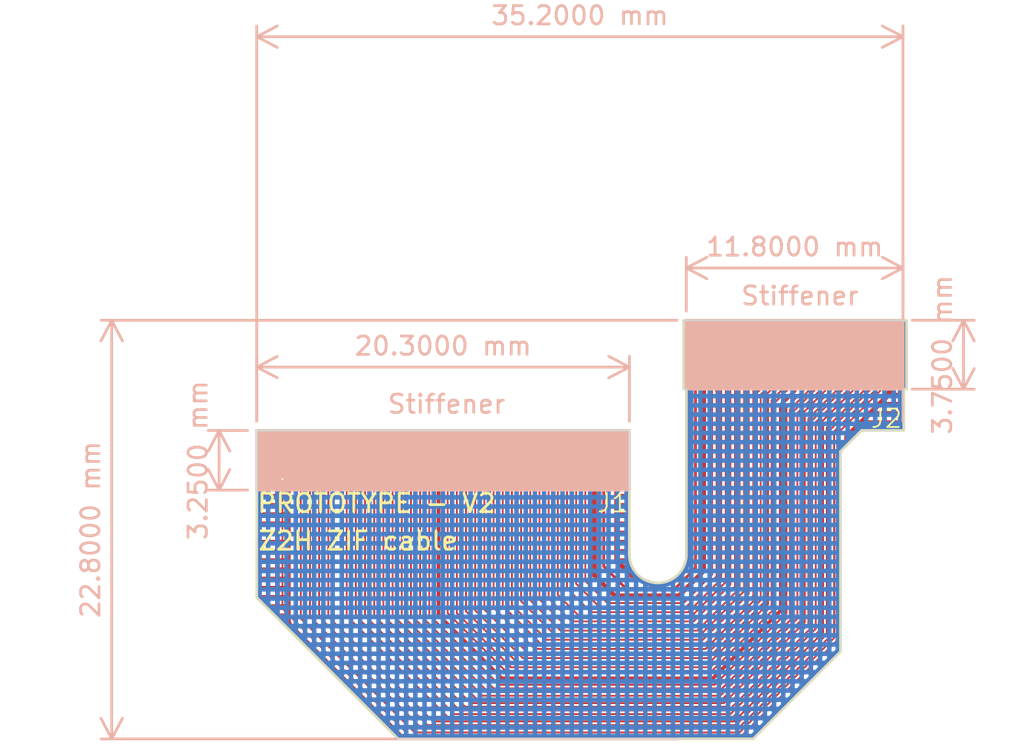
<source format=kicad_pcb>
(kicad_pcb (version 20221018) (generator pcbnew)
  (layers (0 "F.Cu" signal) (31 "B.Cu" signal) (34 "B.Paste" user) (35 "F.Paste" user) (36 "B.SilkS" user "B.Silkscreen") (37 "F.SilkS" user "F.Silkscreen") (38 "B.Mask" user) (39 "F.Mask" user) (44 "Edge.Cuts" user))
  (net 0 "")
  (net 2 "Net-(J1-Pin_2)")
  (net 4 "Net-(J1-Pin_5)")
  (net 5 "Net-(J1-Pin_6)")
  (net 6 "Net-(J1-Pin_7)")
  (net 7 "Net-(J1-Pin_8)")
  (net 9 "Net-(J1-Pin_10)")
  (net 10 "Net-(J1-Pin_11)")
  (net 11 "Net-(J1-Pin_12)")
  (net 12 "Net-(J1-Pin_13)")
  (net 13 "Net-(J1-Pin_14)")
  (net 14 "Net-(J1-Pin_15)")
  (net 15 "Net-(J1-Pin_16)")
  (net 16 "Net-(J1-Pin_17)")
  (net 17 "Net-(J1-Pin_18)")
  (net 18 "Net-(J1-Pin_19)")
  (net 19 "Net-(J1-Pin_20)")
  (net 20 "Net-(J1-Pin_21)")
  (net 21 "Net-(J1-Pin_22)")
  (net 22 "Net-(J1-Pin_23)")
  (net 23 "Net-(J1-Pin_24)")
  (net 24 "Net-(J1-Pin_25)")
  (net 25 "Net-(J1-Pin_26)")
  (net 26 "Net-(J1-Pin_27)")
  (net 27 "Net-(J1-Pin_28)")
  (net 28 "Net-(J1-Pin_29)")
  (net 29 "Net-(J1-Pin_30)")
  (net 30 "Net-(J1-Pin_31)")
  (net 31 "Net-(J1-Pin_32)")
  (net 32 "Net-(J1-Pin_33)")
  (net 33 "Net-(J1-Pin_34)")
  (net 34 "Net-(J1-Pin_35)")
  (net 35 "Net-(J1-Pin_36)")
  (net 36 "Net-(J1-Pin_37)")
  (net 37 "Net-(J1-Pin_38)")
  (footprint "z2h-hdd:z2h-hdd-flex-board" (layer "F.Cu") (at 154.82 107.04)
    (fp_text reference "J2" (at 4.18 -3.19 unlocked) (layer "F.SilkS") (effects (font (thickness 0.1))))
    (fp_text value "Conn_2Rows-39Pins")
    (pad "1" smd roundrect (at 4.88 -7.94) (size 0.3 0.9) (layers "F.Cu" "F.Mask") (net 2 "Net-(J1-Pin_2)"))
    (pad "2" smd roundrect (at 4.58 -6.84) (size 0.3 1.1) (layers "F.Cu" "F.Mask") (net 2 "Net-(J1-Pin_2)"))
    (pad "3" smd roundrect (at 4.28 -7.94) (size 0.4 0.9) (layers "F.Cu" "F.Mask") (net 2 "Net-(J1-Pin_2)"))
    (pad "4" smd roundrect (at 3.98 -6.84) (size 0.3 1.1) (layers "F.Cu" "F.Mask") (net 2 "Net-(J1-Pin_2)"))
    (pad "5" smd roundrect (at 3.68 -7.94) (size 0.4 0.9) (layers "F.Cu" "F.Mask") (net 4 "Net-(J1-Pin_5)"))
    (pad "6" smd roundrect (at 3.38 -6.84) (size 0.3 1.1) (layers "F.Cu" "F.Mask") (net 5 "Net-(J1-Pin_6)"))
    (pad "7" smd roundrect (at 3.08 -7.94) (size 0.4 0.9) (layers "F.Cu" "F.Mask") (net 6 "Net-(J1-Pin_7)"))
    (pad "8" smd roundrect (at 2.78 -6.84) (size 0.3 1.1) (layers "F.Cu" "F.Mask") (net 7 "Net-(J1-Pin_8)"))
    (pad "9" smd roundrect (at 2.48 -7.94) (size 0.4 0.9) (layers "F.Cu" "F.Mask") (net 9 "Net-(J1-Pin_10)"))
    (pad "10" smd roundrect (at 2.18 -6.84) (size 0.3 1.1) (layers "F.Cu" "F.Mask") (net 10 "Net-(J1-Pin_11)"))
    (pad "11" smd roundrect (at 1.88 -7.94) (size 0.4 0.9) (layers "F.Cu" "F.Mask") (net 11 "Net-(J1-Pin_12)"))
    (pad "12" smd roundrect (at 1.58 -6.84) (size 0.3 1.1) (layers "F.Cu" "F.Mask") (net 12 "Net-(J1-Pin_13)"))
    (pad "13" smd roundrect (at 1.28 -7.94) (size 0.4 0.9) (layers "F.Cu" "F.Mask") (net 13 "Net-(J1-Pin_14)"))
    (pad "14" smd roundrect (at 0.98 -6.84) (size 0.3 1.1) (layers "F.Cu" "F.Mask") (net 14 "Net-(J1-Pin_15)"))
    (pad "15" smd roundrect (at 0.68 -7.94) (size 0.4 0.9) (layers "F.Cu" "F.Mask") (net 15 "Net-(J1-Pin_16)"))
    (pad "16" smd roundrect (at 0.38 -6.84) (size 0.3 1.1) (layers "F.Cu" "F.Mask") (net 16 "Net-(J1-Pin_17)"))
    (pad "17" smd roundrect (at 0.08 -7.94) (size 0.4 0.9) (layers "F.Cu" "F.Mask") (net 17 "Net-(J1-Pin_18)"))
    (pad "18" smd roundrect (at -0.22 -6.84) (size 0.3 1.1) (layers "F.Cu" "F.Mask") (net 18 "Net-(J1-Pin_19)"))
    (pad "19" smd roundrect (at -0.52 -7.94) (size 0.4 0.9) (layers "F.Cu" "F.Mask") (net 19 "Net-(J1-Pin_20)"))
    (pad "20" smd roundrect (at -0.82 -6.84) (size 0.3 1.1) (layers "F.Cu" "F.Mask") (net 19 "Net-(J1-Pin_20)"))
    (pad "21" smd roundrect (at -1.12 -7.94) (size 0.4 0.9) (layers "F.Cu" "F.Mask") (net 20 "Net-(J1-Pin_21)"))
    (pad "22" smd roundrect (at -1.42 -6.84) (size 0.3 1.1) (layers "F.Cu" "F.Mask") (net 21 "Net-(J1-Pin_22)"))
    (pad "23" smd roundrect (at -1.72 -7.94) (size 0.4 0.9) (layers "F.Cu" "F.Mask") (net 22 "Net-(J1-Pin_23)"))
    (pad "24" smd roundrect (at -2.02 -6.84) (size 0.3 1.1) (layers "F.Cu" "F.Mask") (net 23 "Net-(J1-Pin_24)"))
    (pad "25" smd roundrect (at -2.32 -7.94) (size 0.4 0.9) (layers "F.Cu" "F.Mask") (net 24 "Net-(J1-Pin_25)"))
    (pad "26" smd roundrect (at -2.62 -6.84) (size 0.3 1.1) (layers "F.Cu" "F.Mask") (net 25 "Net-(J1-Pin_26)"))
    (pad "27" smd roundrect (at -2.92 -7.94) (size 0.4 0.9) (layers "F.Cu" "F.Mask") (net 26 "Net-(J1-Pin_27)"))
    (pad "28" smd roundrect (at -3.22 -6.84) (size 0.3 1.1) (layers "F.Cu" "F.Mask") (net 27 "Net-(J1-Pin_28)"))
    (pad "29" smd roundrect (at -3.52 -7.94) (size 0.4 0.9) (layers "F.Cu" "F.Mask") (net 28 "Net-(J1-Pin_29)"))
    (pad "30" smd roundrect (at -3.82 -6.84) (size 0.3 1.1) (layers "F.Cu" "F.Mask") (net 29 "Net-(J1-Pin_30)"))
    (pad "31" smd roundrect (at -4.12 -7.94) (size 0.4 0.9) (layers "F.Cu" "F.Mask") (net 30 "Net-(J1-Pin_31)"))
    (pad "32" smd roundrect (at -4.42 -6.84) (size 0.3 1.1) (layers "F.Cu" "F.Mask") (net 31 "Net-(J1-Pin_32)"))
    (pad "33" smd roundrect (at -4.72 -7.94) (size 0.4 0.9) (layers "F.Cu" "F.Mask") (net 32 "Net-(J1-Pin_33)"))
    (pad "34" smd roundrect (at -5.02 -6.84) (size 0.3 1.1) (layers "F.Cu" "F.Mask") (net 33 "Net-(J1-Pin_34)"))
    (pad "35" smd roundrect (at -5.32 -7.94) (size 0.4 0.9) (layers "F.Cu" "F.Mask") (net 34 "Net-(J1-Pin_35)"))
    (pad "36" smd roundrect (at -5.62 -6.84) (size 0.3 1.1) (layers "F.Cu" "F.Mask") (net 35 "Net-(J1-Pin_36)"))
    (pad "37" smd roundrect (at -5.92 -7.94) (size 0.4 0.9) (layers "F.Cu" "F.Mask") (net 36 "Net-(J1-Pin_37)"))
    (pad "38" smd roundrect (at -6.22 -6.84) (size 0.3 1.1) (layers "F.Cu" "F.Mask") (net 36 "Net-(J1-Pin_37)"))
    (pad "39" smd roundrect (at -6.52 -7.94) (size 0.3 0.9) (layers "F.Cu" "F.Mask") (net 37 "Net-(J1-Pin_38)"))
  )
  (footprint "z2h-hdd:z2h-hdd-flex-drive" (layer "F.Cu") (at 134.84 112.78)
    (fp_text reference "J1" (at 9.26 -4.33 unlocked) (layer "F.SilkS") (effects (font (thickness 0.1))))
    (fp_text value "Conn_01x40")
    (fp_rect (start -10.14 -8.28) (end 10.16 -5.08) (stroke (width 0.1)) (fill none) (layer "F.SilkS"))
    (pad "1" smd roundrect (at -9.74 -7.48) (size 0.4 1.4) (layers "F.Cu" "F.Mask"))
    (pad "2" smd roundrect (at -9.24 -7.48) (size 0.4 1.4) (layers "F.Cu" "F.Mask") (net 2 "Net-(J1-Pin_2)"))
    (pad "3" smd roundrect (at -8.74 -7.48) (size 0.4 1.4) (layers "F.Cu" "F.Mask") (net 2 "Net-(J1-Pin_2)"))
    (pad "4" smd roundrect (at -8.24 -7.48) (size 0.4 1.4) (layers "F.Cu" "F.Mask"))
    (pad "5" smd roundrect (at -7.74 -7.48) (size 0.4 1.4) (layers "F.Cu" "F.Mask") (net 4 "Net-(J1-Pin_5)"))
    (pad "6" smd roundrect (at -7.24 -7.48) (size 0.4 1.4) (layers "F.Cu" "F.Mask") (net 5 "Net-(J1-Pin_6)"))
    (pad "7" smd roundrect (at -6.74 -7.48) (size 0.4 1.4) (layers "F.Cu" "F.Mask") (net 6 "Net-(J1-Pin_7)"))
    (pad "8" smd roundrect (at -6.24 -7.48) (size 0.4 1.4) (layers "F.Cu" "F.Mask") (net 7 "Net-(J1-Pin_8)"))
    (pad "9" smd roundrect (at -5.74 -7.48) (size 0.4 1.4) (layers "F.Cu" "F.Mask"))
    (pad "10" smd roundrect (at -5.24 -7.48) (size 0.4 1.4) (layers "F.Cu" "F.Mask") (net 9 "Net-(J1-Pin_10)"))
    (pad "11" smd roundrect (at -4.74 -7.48) (size 0.4 1.4) (layers "F.Cu" "F.Mask") (net 10 "Net-(J1-Pin_11)"))
    (pad "12" smd roundrect (at -4.24 -7.48) (size 0.4 1.4) (layers "F.Cu" "F.Mask") (net 11 "Net-(J1-Pin_12)"))
    (pad "13" smd roundrect (at -3.74 -7.48) (size 0.4 1.4) (layers "F.Cu" "F.Mask") (net 12 "Net-(J1-Pin_13)"))
    (pad "14" smd roundrect (at -3.24 -7.48) (size 0.4 1.4) (layers "F.Cu" "F.Mask") (net 13 "Net-(J1-Pin_14)"))
    (pad "15" smd roundrect (at -2.74 -7.48) (size 0.4 1.4) (layers "F.Cu" "F.Mask") (net 14 "Net-(J1-Pin_15)"))
    (pad "16" smd roundrect (at -2.24 -7.48) (size 0.4 1.4) (layers "F.Cu" "F.Mask") (net 15 "Net-(J1-Pin_16)"))
    (pad "17" smd roundrect (at -1.74 -7.48) (size 0.4 1.4) (layers "F.Cu" "F.Mask") (net 16 "Net-(J1-Pin_17)"))
    (pad "18" smd roundrect (at -1.24 -7.48) (size 0.4 1.4) (layers "F.Cu" "F.Mask") (net 17 "Net-(J1-Pin_18)"))
    (pad "19" smd roundrect (at -0.74 -7.48) (size 0.4 1.4) (layers "F.Cu" "F.Mask") (net 18 "Net-(J1-Pin_19)"))
    (pad "20" smd roundrect (at -0.24 -7.48) (size 0.4 1.4) (layers "F.Cu" "F.Mask") (net 19 "Net-(J1-Pin_20)"))
    (pad "21" smd roundrect (at 0.26 -7.48) (size 0.4 1.4) (layers "F.Cu" "F.Mask") (net 20 "Net-(J1-Pin_21)"))
    (pad "22" smd roundrect (at 0.76 -7.48) (size 0.4 1.4) (layers "F.Cu" "F.Mask") (net 21 "Net-(J1-Pin_22)"))
    (pad "23" smd roundrect (at 1.26 -7.48) (size 0.4 1.4) (layers "F.Cu" "F.Mask") (net 22 "Net-(J1-Pin_23)"))
    (pad "24" smd roundrect (at 1.76 -7.48) (size 0.4 1.4) (layers "F.Cu" "F.Mask") (net 23 "Net-(J1-Pin_24)"))
    (pad "25" smd roundrect (at 2.26 -7.48) (size 0.4 1.4) (layers "F.Cu" "F.Mask") (net 24 "Net-(J1-Pin_25)"))
    (pad "26" smd roundrect (at 2.76 -7.48) (size 0.4 1.4) (layers "F.Cu" "F.Mask") (net 25 "Net-(J1-Pin_26)"))
    (pad "27" smd roundrect (at 3.26 -7.48) (size 0.4 1.4) (layers "F.Cu" "F.Mask") (net 26 "Net-(J1-Pin_27)"))
    (pad "28" smd roundrect (at 3.76 -7.48) (size 0.4 1.4) (layers "F.Cu" "F.Mask") (net 27 "Net-(J1-Pin_28)"))
    (pad "29" smd roundrect (at 4.26 -7.48) (size 0.4 1.4) (layers "F.Cu" "F.Mask") (net 28 "Net-(J1-Pin_29)"))
    (pad "30" smd roundrect (at 4.76 -7.48) (size 0.4 1.4) (layers "F.Cu" "F.Mask") (net 29 "Net-(J1-Pin_30)"))
    (pad "31" smd roundrect (at 5.26 -7.48) (size 0.4 1.4) (layers "F.Cu" "F.Mask") (net 30 "Net-(J1-Pin_31)"))
    (pad "32" smd roundrect (at 5.76 -7.48) (size 0.4 1.4) (layers "F.Cu" "F.Mask") (net 31 "Net-(J1-Pin_32)"))
    (pad "33" smd roundrect (at 6.26 -7.48) (size 0.4 1.4) (layers "F.Cu" "F.Mask") (net 32 "Net-(J1-Pin_33)"))
    (pad "34" smd roundrect (at 6.76 -7.48) (size 0.4 1.4) (layers "F.Cu" "F.Mask") (net 33 "Net-(J1-Pin_34)"))
    (pad "35" smd roundrect (at 7.26 -7.48) (size 0.4 1.4) (layers "F.Cu" "F.Mask") (net 34 "Net-(J1-Pin_35)"))
    (pad "36" smd roundrect (at 7.76 -7.48) (size 0.4 1.4) (layers "F.Cu" "F.Mask") (net 35 "Net-(J1-Pin_36)"))
    (pad "37" smd roundrect (at 8.26 -7.48) (size 0.4 1.4) (layers "F.Cu" "F.Mask") (net 36 "Net-(J1-Pin_37)"))
    (pad "38" smd roundrect (at 8.76 -7.48) (size 0.4 1.4) (layers "F.Cu" "F.Mask") (net 37 "Net-(J1-Pin_38)"))
    (pad "39" smd roundrect (at 9.26 -7.48) (size 0.4 1.4) (layers "F.Cu" "F.Mask"))
    (pad "40" smd roundrect (at 9.76 -7.48) (size 0.4 1.4) (layers "F.Cu" "F.Mask"))
  )
  (gr_rect (start 148.1 98.5) (end 159.9 102.25) (stroke (width 0.15)) (fill solid) (layer "B.SilkS"))
  (gr_rect (start 124.7 104.5) (end 145 107.75) (stroke (width 0.15)) (fill solid) (layer "B.SilkS"))
  (gr_line (start 147.95 102.25) (end 147.95 98.5) (stroke (width 0.15)) (layer "F.SilkS"))
  (gr_line (start 159.95 102.25) (end 159.95 104.5) (stroke (width 0.15)) (layer "F.SilkS"))
  (gr_line (start 148.1 104.5) (end 148.1 111.25) (stroke (width 0.15)) (layer "F.SilkS"))
  (gr_line (start 159.95 104.5) (end 157.65 104.5) (stroke (width 0.15)) (layer "F.SilkS"))
  (gr_line (start 148.1 104.5) (end 148.1 102.25) (stroke (width 0.15)) (layer "F.SilkS"))
  (gr_line (start 147.95 98.5) (end 160.1 98.5) (stroke (width 0.15)) (layer "F.SilkS"))
  (gr_line (start 147.95 102.25) (end 148.1 102.25) (stroke (width 0.15)) (layer "F.SilkS"))
  (gr_line (start 132.4 121.3) (end 151.75 121.3) (stroke (width 0.15)) (layer "F.SilkS"))
  (gr_line (start 145 111.25) (end 145 107.7) (stroke (width 0.15)) (layer "F.SilkS"))
  (gr_line (start 124.7 113.6) (end 132.4 121.3) (stroke (width 0.15)) (layer "F.SilkS"))
  (gr_line (start 151.75 121.3) (end 156.5 116.55) (stroke (width 0.15)) (layer "F.SilkS"))
  (gr_line (start 156.5 116.55) (end 156.5 105.65) (stroke (width 0.15)) (layer "F.SilkS"))
  (gr_line (start 160.1 102.25) (end 159.95 102.25) (stroke (width 0.15)) (layer "F.SilkS"))
  (gr_line (start 124.7 113.6) (end 124.7 111.1) (stroke (width 0.15)) (layer "F.SilkS"))
  (gr_line (start 156.5 105.65) (end 157.65 104.5) (stroke (width 0.15)) (layer "F.SilkS"))
  (gr_arc (start 148.1 111.25) (mid 146.55 112.8) (end 145 111.25) (stroke (width 0.15)) (layer "F.SilkS"))
  (gr_line (start 124.7 107.7) (end 124.7 111.1) (stroke (width 0.15)) (layer "F.SilkS"))
  (gr_line (start 160.1 98.5) (end 160.1 102.25) (stroke (width 0.15)) (layer "F.SilkS"))
  (gr_line (start 147.95 98.5) (end 147.95 102.25) (stroke (width 0.1)) (layer "Edge.Cuts"))
  (gr_line (start 160.1 98.5) (end 160.1 102.25) (stroke (width 0.1)) (layer "Edge.Cuts"))
  (gr_line (start 145 104.5) (end 145 111.25) (stroke (width 0.1)) (layer "Edge.Cuts"))
  (gr_line (start 159.95 102.25) (end 159.95 104.5) (stroke (width 0.1)) (layer "Edge.Cuts"))
  (gr_line (start 148.1 98.5) (end 159.9 98.5) (stroke (width 0.1)) (layer "Edge.Cuts"))
  (gr_line (start 156.5 116.55) (end 156.5 112.9) (stroke (width 0.1)) (layer "Edge.Cuts"))
  (gr_arc (start 148.1 111.25) (mid 146.55 112.8) (end 145 111.25) (stroke (width 0.1)) (layer "Edge.Cuts"))
  (gr_line (start 148.1 98.5) (end 147.95 98.5) (stroke (width 0.1)) (layer "Edge.Cuts"))
  (gr_line (start 151.75 121.3) (end 155.35 117.7) (stroke (width 0.1)) (layer "Edge.Cuts"))
  (gr_line (start 124.7 104.5) (end 145 104.5) (stroke (width 0.1)) (layer "Edge.Cuts"))
  (gr_line (start 148.1 111.25) (end 148.1 102.25) (stroke (width 0.1)) (layer "Edge.Cuts"))
  (gr_line (start 147.95 102.25) (end 148.1 102.25) (stroke (width 0.1)) (layer "Edge.Cuts"))
  (gr_line (start 124.7 111.2) (end 124.7 113.6) (stroke (width 0.1)) (layer "Edge.Cuts"))
  (gr_line (start 156.5 105.65) (end 157.65 104.5) (stroke (width 0.1)) (layer "Edge.Cuts"))
  (gr_line (start 156.5 105.65) (end 156.5 112.9) (stroke (width 0.1)) (layer "Edge.Cuts"))
  (gr_line (start 124.7 113.6) (end 132.4 121.3) (stroke (width 0.1)) (layer "Edge.Cuts"))
  (gr_line (start 124.7 104.5) (end 124.7 111.2) (stroke (width 0.1)) (layer "Edge.Cuts"))
  (gr_line (start 155.35 117.7) (end 156.5 116.55) (stroke (width 0.1)) (layer "Edge.Cuts"))
  (gr_line (start 132.4 121.3) (end 151.75 121.3) (stroke (width 0.1)) (layer "Edge.Cuts"))
  (gr_line (start 157.65 104.5) (end 159.95 104.5) (stroke (width 0.1)) (layer "Edge.Cuts"))
  (gr_line (start 160.1 102.25) (end 159.95 102.25) (stroke (width 0.1)) (layer "Edge.Cuts"))
  (gr_line (start 159.9 98.5) (end 160.1 98.5) (stroke (width 0.1)) (layer "Edge.Cuts"))
  (gr_text "Stiffener" (at 131.75 103.65) (layer "B.SilkS") (effects (font (size 1 1)) (justify left bottom)))
  (gr_text "Stiffener" (at 151 97.75) (layer "B.SilkS") (effects (font (size 1 1)) (justify left bottom)))
  (gr_text "PROTOTYPE - V2" (at 124.65 109.05) (layer "F.SilkS") (effects (font (size 1 1)) (justify left bottom)))
  (gr_text "Z2H ZIF cable" (at 124.7 111.1) (layer "F.SilkS") (effects (font (size 1 1)) (justify left bottom)))
  (dimension (type aligned) (layer "B.SilkS") (pts (xy 148.1 98.5) (xy 148.1 121.3)) (height 31.3) (gr_text "22.8000 mm" (at 115.65 109.9 90) (layer "B.SilkS") (effects (font (size 1 1) (thickness 0.15)))) (format (prefix "") (suffix "") (units 3) (units_format 1) (precision 4)) (style (thickness 0.15) (arrow_length 1.27) (text_position_mode 0) (extension_height 0.58642) (extension_offset 0.5) keep_text_aligned))
  (dimension (type aligned) (layer "B.SilkS") (pts (xy 124.7 104.5) (xy 159.9 104.5)) (height -21.45) (gr_text "35.2000 mm" (at 142.3 81.9) (layer "B.SilkS") (effects (font (size 1 1) (thickness 0.15)))) (format (prefix "") (suffix "") (units 3) (units_format 1) (precision 4)) (style (thickness 0.15) (arrow_length 1.27) (text_position_mode 0) (extension_height 0.58642) (extension_offset 0.5) keep_text_aligned))
  (dimension (type aligned) (layer "B.SilkS") (pts (xy 159.9 98.5) (xy 159.9 102.25)) (height -3.3) (gr_text "3.7500 mm" (at 162.05 100.375 90) (layer "B.SilkS") (effects (font (size 1 1) (thickness 0.15)))) (format (prefix "") (suffix "") (units 3) (units_format 1) (precision 4)) (style (thickness 0.15) (arrow_length 1.27) (text_position_mode 0) (extension_height 0.58642) (extension_offset 0.5) keep_text_aligned))
  (dimension (type aligned) (layer "B.SilkS") (pts (xy 124.7 104.5) (xy 124.7 107.75)) (height 2.05) (gr_text "3.2500 mm" (at 121.5 106.125 90) (layer "B.SilkS") (effects (font (size 1 1) (thickness 0.15)))) (format (prefix "") (suffix "") (units 3) (units_format 1) (precision 4)) (style (thickness 0.15) (arrow_length 1.27) (text_position_mode 0) (extension_height 0.58642) (extension_offset 0.5) keep_text_aligned))
  (dimension (type aligned) (layer "B.SilkS") (pts (xy 124.7 104.5) (xy 145 104.5)) (height -3.45) (gr_text "20.3000 mm" (at 134.85 99.9) (layer "B.SilkS") (effects (font (size 1 1) (thickness 0.15)))) (format (prefix "") (suffix "") (units 3) (units_format 1) (precision 4)) (style (thickness 0.15) (arrow_length 1.27) (text_position_mode 0) (extension_height 0.58642) (extension_offset 0.5) keep_text_aligned))
  (dimension (type aligned) (layer "B.SilkS") (pts (xy 148.1 98.5) (xy 159.9 98.5)) (height -2.85) (gr_text "11.8000 mm" (at 154 94.5) (layer "B.SilkS") (effects (font (size 1 1) (thickness 0.15)))) (format (prefix "") (suffix "") (units 3) (units_format 1) (precision 4)) (style (thickness 0.15) (arrow_length 1.27) (text_position_mode 0) (extension_height 0.58642) (extension_offset 0.5) keep_text_aligned))
  (segment (start 125.6 105.3) (end 125.6 106.65) (width 0.1) (layer "F.Cu") (net 2))
  (segment (start 126.1 107.15) (end 126.1 114.2) (width 0.1) (layer "F.Cu") (net 2))
  (segment (start 156.35 115.9) (end 156.35 104.65) (width 0.1) (layer "F.Cu") (net 2))
  (segment (start 133.05 121.15) (end 151.1 121.15) (width 0.1) (layer "F.Cu") (net 2))
  (segment (start 125.6 106.65) (end 126.1 107.15) (width 0.1) (layer "F.Cu") (net 2))
  (segment (start 158.8 102.2) (end 158.8 100.2) (width 0.1) (layer "F.Cu") (net 2))
  (segment (start 126.1 114.2) (end 133.05 121.15) (width 0.1) (layer "F.Cu") (net 2))
  (segment (start 151.1 121.15) (end 156.35 115.9) (width 0.1) (layer "F.Cu") (net 2))
  (segment (start 126.1 105.3) (end 126.1 107.15) (width 0.1) (layer "F.Cu") (net 2))
  (segment (start 156.35 104.65) (end 158.8 102.2) (width 0.1) (layer "F.Cu") (net 2))
  (via (at 126.1 107.15) (size 0.3) (drill 0.1) (layers "F.Cu" "B.Cu") (net 2))
  (segment (start 158.5 99.1) (end 158.5 102.2) (width 0.1) (layer "F.Cu") (net 4))
  (segment (start 127.1 114.75) (end 127.1 105.3) (width 0.1) (layer "F.Cu") (net 4))
  (segment (start 158.5 99.075) (end 158.5 102.175) (width 0.1) (layer "F.Cu") (net 4))
  (segment (start 156.15 115.8) (end 151 120.95) (width 0.1) (layer "F.Cu") (net 4))
  (segment (start 158.5 102.2) (end 156.15 104.55) (width 0.1) (layer "F.Cu") (net 4))
  (segment (start 133.3 120.95) (end 127.1 114.75) (width 0.1) (layer "F.Cu") (net 4))
  (segment (start 151 120.95) (end 133.3 120.95) (width 0.1) (layer "F.Cu") (net 4))
  (segment (start 156.15 104.55) (end 156.15 115.8) (width 0.1) (layer "F.Cu") (net 4))
  (segment (start 155.95 115.7) (end 150.9 120.75) (width 0.1) (layer "F.Cu") (net 5))
  (segment (start 127.6 114.65) (end 127.6 105.3) (width 0.1) (layer "F.Cu") (net 5))
  (segment (start 133.7 120.75) (end 127.6 114.65) (width 0.1) (layer "F.Cu") (net 5))
  (segment (start 155.95 104.45) (end 155.95 115.7) (width 0.1) (layer "F.Cu") (net 5))
  (segment (start 158.2 102.2) (end 155.95 104.45) (width 0.1) (layer "F.Cu") (net 5))
  (segment (start 158.2 100.2) (end 158.2 102.2) (width 0.1) (layer "F.Cu") (net 5))
  (segment (start 150.9 120.75) (end 133.7 120.75) (width 0.1) (layer "F.Cu") (net 5))
  (segment (start 150.8 120.55) (end 134 120.55) (width 0.1) (layer "F.Cu") (net 6))
  (segment (start 155.75 115.6) (end 150.8 120.55) (width 0.1) (layer "F.Cu") (net 6))
  (segment (start 157.9 99.075) (end 157.9 102.175) (width 0.1) (layer "F.Cu") (net 6))
  (segment (start 157.9 99.1) (end 157.9 102.2) (width 0.1) (layer "F.Cu") (net 6))
  (segment (start 155.75 104.35) (end 155.75 115.6) (width 0.1) (layer "F.Cu") (net 6))
  (segment (start 157.9 102.2) (end 155.75 104.35) (width 0.1) (layer "F.Cu") (net 6))
  (segment (start 134 120.55) (end 128.1 114.65) (width 0.1) (layer "F.Cu") (net 6))
  (segment (start 128.1 114.65) (end 128.1 105.3) (width 0.1) (layer "F.Cu") (net 6))
  (segment (start 155.55 115.5) (end 150.7 120.35) (width 0.1) (layer "F.Cu") (net 7))
  (segment (start 157.6 102.2) (end 155.55 104.25) (width 0.1) (layer "F.Cu") (net 7))
  (segment (start 128.6 114.65) (end 128.6 105.3) (width 0.1) (layer "F.Cu") (net 7))
  (segment (start 157.6 100.2) (end 157.6 102.2) (width 0.1) (layer "F.Cu") (net 7))
  (segment (start 134.3 120.35) (end 128.6 114.65) (width 0.1) (layer "F.Cu") (net 7))
  (segment (start 150.7 120.35) (end 134.3 120.35) (width 0.1) (layer "F.Cu") (net 7))
  (segment (start 155.55 104.25) (end 155.55 115.5) (width 0.1) (layer "F.Cu") (net 7))
  (segment (start 155.35 104.15) (end 155.35 115.4) (width 0.1) (layer "F.Cu") (net 9))
  (segment (start 157.3 99.075) (end 157.3 102.175) (width 0.1) (layer "F.Cu") (net 9))
  (segment (start 157.3 102.2) (end 155.35 104.15) (width 0.1) (layer "F.Cu") (net 9))
  (segment (start 157.3 99.1) (end 157.3 102.2) (width 0.1) (layer "F.Cu") (net 9))
  (segment (start 155.35 115.4) (end 150.6 120.15) (width 0.1) (layer "F.Cu") (net 9))
  (segment (start 135.15 120.15) (end 129.6 114.6) (width 0.1) (layer "F.Cu") (net 9))
  (segment (start 129.6 114.6) (end 129.6 105.3) (width 0.1) (layer "F.Cu") (net 9))
  (segment (start 150.6 120.15) (end 135.15 120.15) (width 0.1) (layer "F.Cu") (net 9))
  (segment (start 157 100.2) (end 157 102.2) (width 0.1) (layer "F.Cu") (net 10))
  (segment (start 150.5 119.95) (end 135.45 119.95) (width 0.1) (layer "F.Cu") (net 10))
  (segment (start 157 102.2) (end 155.15 104.05) (width 0.1) (layer "F.Cu") (net 10))
  (segment (start 130.1 114.6) (end 130.1 105.3) (width 0.1) (layer "F.Cu") (net 10))
  (segment (start 135.45 119.95) (end 130.1 114.6) (width 0.1) (layer "F.Cu") (net 10))
  (segment (start 155.15 115.3) (end 150.5 119.95) (width 0.1) (layer "F.Cu") (net 10))
  (segment (start 155.15 104.05) (end 155.15 115.3) (width 0.1) (layer "F.Cu") (net 10))
  (segment (start 154.95 103.95) (end 154.95 115.2) (width 0.1) (layer "F.Cu") (net 11))
  (segment (start 150.4 119.75) (end 135.75 119.75) (width 0.1) (layer "F.Cu") (net 11))
  (segment (start 135.75 119.75) (end 130.6 114.6) (width 0.1) (layer "F.Cu") (net 11))
  (segment (start 156.7 99.075) (end 156.7 101.225) (width 0.1) (layer "F.Cu") (net 11))
  (segment (start 156.7 99.1) (end 156.7 102.2) (width 0.1) (layer "F.Cu") (net 11))
  (segment (start 130.6 114.6) (end 130.6 105.3) (width 0.1) (layer "F.Cu") (net 11))
  (segment (start 156.7 102.2) (end 154.95 103.95) (width 0.1) (layer "F.Cu") (net 11))
  (segment (start 154.95 115.2) (end 150.4 119.75) (width 0.1) (layer "F.Cu") (net 11))
  (segment (start 150.25 119.55) (end 136.05 119.55) (width 0.1) (layer "F.Cu") (net 12))
  (segment (start 154.75 115.05) (end 150.25 119.55) (width 0.1) (layer "F.Cu") (net 12))
  (segment (start 136.05 119.55) (end 131.1 114.6) (width 0.1) (layer "F.Cu") (net 12))
  (segment (start 156.4 102.2) (end 154.75 103.85) (width 0.1) (layer "F.Cu") (net 12))
  (segment (start 131.1 114.6) (end 131.1 105.3) (width 0.1) (layer "F.Cu") (net 12))
  (segment (start 154.75 103.85) (end 154.75 115.05) (width 0.1) (layer "F.Cu") (net 12))
  (segment (start 156.4 100.2) (end 156.4 102.2) (width 0.1) (layer "F.Cu") (net 12))
  (segment (start 136.35 119.35) (end 131.6 114.6) (width 0.1) (layer "F.Cu") (net 13))
  (segment (start 150.15 119.35) (end 136.35 119.35) (width 0.1) (layer "F.Cu") (net 13))
  (segment (start 156.1 99.1) (end 156.1 102.2) (width 0.1) (layer "F.Cu") (net 13))
  (segment (start 156.1 99.075) (end 156.1 101.275) (width 0.1) (layer "F.Cu") (net 13))
  (segment (start 154.55 103.75) (end 154.55 114.95) (width 0.1) (layer "F.Cu") (net 13))
  (segment (start 154.55 114.95) (end 150.15 119.35) (width 0.1) (layer "F.Cu") (net 13))
  (segment (start 156.1 102.2) (end 154.55 103.75) (width 0.1) (layer "F.Cu") (net 13))
  (segment (start 131.6 114.6) (end 131.6 105.3) (width 0.1) (layer "F.Cu") (net 13))
  (segment (start 132.1 114.55) (end 132.1 105.3) (width 0.1) (layer "F.Cu") (net 14))
  (segment (start 155.8 100.2) (end 155.8 102.2) (width 0.1) (layer "F.Cu") (net 14))
  (segment (start 155.8 102.2) (end 154.35 103.65) (width 0.1) (layer "F.Cu") (net 14))
  (segment (start 150.05 119.15) (end 136.7 119.15) (width 0.1) (layer "F.Cu") (net 14))
  (segment (start 154.35 103.65) (end 154.35 114.85) (width 0.1) (layer "F.Cu") (net 14))
  (segment (start 154.35 114.85) (end 150.05 119.15) (width 0.1) (layer "F.Cu") (net 14))
  (segment (start 136.7 119.15) (end 132.1 114.55) (width 0.1) (layer "F.Cu") (net 14))
  (segment (start 137 118.95) (end 132.6 114.55) (width 0.1) (layer "F.Cu") (net 15))
  (segment (start 132.6 114.55) (end 132.6 105.3) (width 0.1) (layer "F.Cu") (net 15))
  (segment (start 155.5 99.075) (end 155.5 102.175) (width 0.1) (layer "F.Cu") (net 15))
  (segment (start 149.95 118.95) (end 137 118.95) (width 0.1) (layer "F.Cu") (net 15))
  (segment (start 155.5 102.2) (end 154.15 103.55) (width 0.1) (layer "F.Cu") (net 15))
  (segment (start 154.15 114.75) (end 149.95 118.95) (width 0.1) (layer "F.Cu") (net 15))
  (segment (start 154.15 103.55) (end 154.15 114.75) (width 0.1) (layer "F.Cu") (net 15))
  (segment (start 155.5 99.1) (end 155.5 102.2) (width 0.1) (layer "F.Cu") (net 15))
  (segment (start 137.3 118.75) (end 133.1 114.55) (width 0.1) (layer "F.Cu") (net 16))
  (segment (start 133.1 114.55) (end 133.1 105.3) (width 0.1) (layer "F.Cu") (net 16))
  (segment (start 153.95 114.65) (end 149.85 118.75) (width 0.1) (layer "F.Cu") (net 16))
  (segment (start 153.95 103.45) (end 153.95 114.65) (width 0.1) (layer "F.Cu") (net 16))
  (segment (start 155.2 102.2) (end 153.95 103.45) (width 0.1) (layer "F.Cu") (net 16))
  (segment (start 155.2 100.2) (end 155.2 102.2) (width 0.1) (layer "F.Cu") (net 16))
  (segment (start 149.85 118.75) (end 137.3 118.75) (width 0.1) (layer "F.Cu") (net 16))
  (segment (start 153.75 114.55) (end 149.75 118.55) (width 0.1) (layer "F.Cu") (net 17))
  (segment (start 137.6 118.55) (end 133.6 114.55) (width 0.1) (layer "F.Cu") (net 17))
  (segment (start 154.9 99.075) (end 154.9 102.175) (width 0.1) (layer "F.Cu") (net 17))
  (segment (start 153.75 103.35) (end 153.75 114.55) (width 0.1) (layer "F.Cu") (net 17))
  (segment (start 154.9 99.1) (end 154.9 102.2) (width 0.1) (layer "F.Cu") (net 17))
  (segment (start 154.9 102.2) (end 153.75 103.35) (width 0.1) (layer "F.Cu") (net 17))
  (segment (start 149.75 118.55) (end 137.6 118.55) (width 0.1) (layer "F.Cu") (net 17))
  (segment (start 133.6 114.55) (end 133.6 105.3) (width 0.1) (layer "F.Cu") (net 17))
  (segment (start 153.55 103.25) (end 153.55 114.45) (width 0.1) (layer "F.Cu") (net 18))
  (segment (start 153.55 114.45) (end 149.65 118.35) (width 0.1) (layer "F.Cu") (net 18))
  (segment (start 154.6 102.2) (end 153.55 103.25) (width 0.1) (layer "F.Cu") (net 18))
  (segment (start 137.9 118.35) (end 134.1 114.55) (width 0.1) (layer "F.Cu") (net 18))
  (segment (start 134.1 114.55) (end 134.1 105.3) (width 0.1) (layer "F.Cu") (net 18))
  (segment (start 149.65 118.35) (end 137.9 118.35) (width 0.1) (layer "F.Cu") (net 18))
  (segment (start 154.6 100.2) (end 154.6 102.2) (width 0.1) (layer "F.Cu") (net 18))
  (segment (start 154 99.8) (end 154 100.2) (width 0.1) (layer "F.Cu") (net 19))
  (segment (start 134.6 114.55) (end 134.6 105.3) (width 0.2) (layer "F.Cu") (net 19))
  (segment (start 153.25 114.3) (end 149.55 118) (width 0.2) (layer "F.Cu") (net 19))
  (segment (start 153.25 103.1) (end 153.25 114.3) (width 0.2) (layer "F.Cu") (net 19))
  (segment (start 154 100.2) (end 154 102.35) (width 0.2) (layer "F.Cu") (net 19))
  (segment (start 149.55 118) (end 138.05 118) (width 0.2) (layer "F.Cu") (net 19))
  (segment (start 154.3 99.5) (end 154 99.8) (width 0.1) (layer "F.Cu") (net 19))
  (segment (start 154.3 99.3) (end 154.3 99.5) (width 0.1) (layer "F.Cu") (net 19))
  (segment (start 138.05 118) (end 134.6 114.55) (width 0.2) (layer "F.Cu") (net 19))
  (segment (start 154 102.35) (end 153.25 103.1) (width 0.2) (layer "F.Cu") (net 19))
  (segment (start 154.3 99.1) (end 154.3 99.3) (width 0.25) (layer "F.Cu") (net 19))
  (segment (start 153.7 99.1) (end 153.7 102.2) (width 0.1) (layer "F.Cu") (net 20))
  (segment (start 138.3 117.65) (end 135.1 114.45) (width 0.1) (layer "F.Cu") (net 20))
  (segment (start 149.45 117.65) (end 138.3 117.65) (width 0.1) (layer "F.Cu") (net 20))
  (segment (start 152.95 114.15) (end 149.45 117.65) (width 0.1) (layer "F.Cu") (net 20))
  (segment (start 153.7 102.2) (end 152.95 102.95) (width 0.1) (layer "F.Cu") (net 20))
  (segment (start 152.95 102.95) (end 152.95 114.15) (width 0.1) (layer "F.Cu") (net 20))
  (segment (start 153.7 99.075) (end 153.7 102.175) (width 0.1) (layer "F.Cu") (net 20))
  (segment (start 135.1 114.45) (end 135.1 105.3) (width 0.1) (layer "F.Cu") (net 20))
  (segment (start 153.4 100.2) (end 153.4 102.2) (width 0.1) (layer "F.Cu") (net 21))
  (segment (start 152.75 114.05) (end 149.4 117.4) (width 0.1) (layer "F.Cu") (net 21))
  (segment (start 152.75 102.85) (end 152.75 114.05) (width 0.1) (layer "F.Cu") (net 21))
  (segment (start 149.4 117.4) (end 138.55 117.4) (width 0.1) (layer "F.Cu") (net 21))
  (segment (start 138.55 117.4) (end 135.6 114.45) (width 0.1) (layer "F.Cu") (net 21))
  (segment (start 135.6 114.45) (end 135.6 105.3) (width 0.1) (layer "F.Cu") (net 21))
  (segment (start 153.4 102.2) (end 152.75 102.85) (width 0.1) (layer "F.Cu") (net 21))
  (segment (start 153.1 102.2) (end 152.55 102.75) (width 0.1) (layer "F.Cu") (net 22))
  (segment (start 153.1 99.1) (end 153.1 102.2) (width 0.1) (layer "F.Cu") (net 22))
  (segment (start 138.9 117.15) (end 136.1 114.35) (width 0.1) (layer "F.Cu") (net 22))
  (segment (start 153.1 99.075) (end 153.1 102.175) (width 0.1) (layer "F.Cu") (net 22))
  (segment (start 136.1 114.35) (end 136.1 105.3) (width 0.1) (layer "F.Cu") (net 22))
  (segment (start 149.35 117.15) (end 138.9 117.15) (width 0.1) (layer "F.Cu") (net 22))
  (segment (start 152.55 102.75) (end 152.55 113.95) (width 0.1) (layer "F.Cu") (net 22))
  (segment (start 152.55 113.95) (end 149.35 117.15) (width 0.1) (layer "F.Cu") (net 22))
  (segment (start 152.8 100.175) (end 152.8 102.175) (width 0.1) (layer "F.Cu") (net 23))
  (segment (start 152.8 100.2) (end 152.8 102.2) (width 0.1) (layer "F.Cu") (net 23))
  (segment (start 152.8 102.2) (end 152.35 102.65) (width 0.1) (layer "F.Cu") (net 23))
  (segment (start 152.35 113.85) (end 149.3 116.9) (width 0.1) (layer "F.Cu") (net 23))
  (segment (start 139.2 116.9) (end 136.6 114.3) (width 0.1) (layer "F.Cu") (net 23))
  (segment (start 152.35 102.65) (end 152.35 113.85) (width 0.1) (layer "F.Cu") (net 23))
  (segment (start 149.3 116.9) (end 139.2 116.9) (width 0.1) (layer "F.Cu") (net 23))
  (segment (start 136.6 114.3) (end 136.6 105.3) (width 0.1) (layer "F.Cu") (net 23))
  (segment (start 149.25 116.65) (end 139.5 116.65) (width 0.1) (layer "F.Cu") (net 24))
  (segment (start 152.5 102.2) (end 152.15 102.55) (width 0.1) (layer "F.Cu") (net 24))
  (segment (start 152.15 113.75) (end 149.25 116.65) (width 0.1) (layer "F.Cu") (net 24))
  (segment (start 152.5 99.075) (end 152.5 102.175) (width 0.1) (layer "F.Cu") (net 24))
  (segment (start 152.15 102.55) (end 152.15 113.75) (width 0.1) (layer "F.Cu") (net 24))
  (segment (start 137.1 114.25) (end 137.1 105.3) (width 0.1) (layer "F.Cu") (net 24))
  (segment (start 152.5 99.1) (end 152.5 102.2) (width 0.1) (layer "F.Cu") (net 24))
  (segment (start 139.5 116.65) (end 137.1 114.25) (width 0.1) (layer "F.Cu") (net 24))
  (segment (start 149.15 116.4) (end 139.85 116.4) (width 0.1) (layer "F.Cu") (net 25))
  (segment (start 139.85 116.4) (end 137.6 114.15) (width 0.1) (layer "F.Cu") (net 25))
  (segment (start 152.2 102.2) (end 151.95 102.45) (width 0.1) (layer "F.Cu") (net 25))
  (segment (start 151.95 113.6) (end 149.15 116.4) (width 0.1) (layer "F.Cu") (net 25))
  (segment (start 151.95 102.45) (end 151.95 113.6) (width 0.1) (layer "F.Cu") (net 25))
  (segment (start 137.6 114.15) (end 137.6 105.3) (width 0.1) (layer "F.Cu") (net 25))
  (segment (start 152.2 100.2) (end 152.2 102.2) (width 0.1) (layer "F.Cu") (net 25))
  (segment (start 149.1 116.15) (end 140.2 116.15) (width 0.1) (layer "F.Cu") (net 26))
  (segment (start 151.75 102.35) (end 151.75 113.5) (width 0.1) (layer "F.Cu") (net 26))
  (segment (start 151.75 113.5) (end 149.1 116.15) (width 0.1) (layer "F.Cu") (net 26))
  (segment (start 140.2 116.15) (end 138.1 114.05) (width 0.1) (layer "F.Cu") (net 26))
  (segment (start 151.9 99.075) (end 151.9 102.175) (width 0.1) (layer "F.Cu") (net 26))
  (segment (start 151.9 99.1) (end 151.9 102.2) (width 0.1) (layer "F.Cu") (net 26))
  (segment (start 138.1 114.05) (end 138.1 105.3) (width 0.1) (layer "F.Cu") (net 26))
  (segment (start 151.9 102.2) (end 151.75 102.35) (width 0.1) (layer "F.Cu") (net 26))
  (segment (start 140.5 115.9) (end 138.6 114) (width 0.1) (layer "F.Cu") (net 27))
  (segment (start 151.6 100.2) (end 151.6 102.2) (width 0.1) (layer "F.Cu") (net 27))
  (segment (start 151.6 102.2) (end 151.5 102.3) (width 0.1) (layer "F.Cu") (net 27))
  (segment (start 149 115.9) (end 140.5 115.9) (width 0.1) (layer "F.Cu") (net 27))
  (segment (start 151.5 113.4) (end 149 115.9) (width 0.1) (layer "F.Cu") (net 27))
  (segment (start 151.5 102.3) (end 151.5 113.4) (width 0.1) (layer "F.Cu") (net 27))
  (segment (start 138.6 114) (end 138.6 105.3) (width 0.1) (layer "F.Cu") (net 27))
  (segment (start 140.95 115.65) (end 139.1 113.8) (width 0.1) (layer "F.Cu") (net 28))
  (segment (start 151.3 102.2) (end 151.25 102.25) (width 0.1) (layer "F.Cu") (net 28))
  (segment (start 139.1 113.8) (end 139.1 105.3) (width 0.1) (layer "F.Cu") (net 28))
  (segment (start 151.25 102.25) (end 151.25 113.25) (width 0.1) (layer "F.Cu") (net 28))
  (segment (start 148.85 115.65) (end 140.95 115.65) (width 0.1) (layer "F.Cu") (net 28))
  (segment (start 151.3 99.075) (end 151.3 102.175) (width 0.1) (layer "F.Cu") (net 28))
  (segment (start 151.25 113.25) (end 148.85 115.65) (width 0.1) (layer "F.Cu") (net 28))
  (segment (start 151.3 99.1) (end 151.3 102.2) (width 0.1) (layer "F.Cu") (net 28))
  (segment (start 139.6 113.75) (end 139.6 105.3) (width 0.1) (layer "F.Cu") (net 29))
  (segment (start 148.7 115.4) (end 141.25 115.4) (width 0.1) (layer "F.Cu") (net 29))
  (segment (start 151 100.2) (end 151 113.1) (width 0.1) (layer "F.Cu") (net 29))
  (segment (start 151 113.1) (end 148.7 115.4) (width 0.1) (layer "F.Cu") (net 29))
  (segment (start 141.25 115.4) (end 139.6 113.75) (width 0.1) (layer "F.Cu") (net 29))
  (segment (start 150.75 102.25) (end 150.75 113) (width 0.1) (layer "F.Cu") (net 30))
  (segment (start 150.7 99.075) (end 150.7 102.175) (width 0.1) (layer "F.Cu") (net 30))
  (segment (start 150.7 99.1) (end 150.7 102.2) (width 0.1) (layer "F.Cu") (net 30))
  (segment (start 148.6 115.15) (end 141.55 115.15) (width 0.1) (layer "F.Cu") (net 30))
  (segment (start 150.7 102.2) (end 150.75 102.25) (width 0.1) (layer "F.Cu") (net 30))
  (segment (start 150.75 113) (end 148.6 115.15) (width 0.1) (layer "F.Cu") (net 30))
  (segment (start 141.55 115.15) (end 140.1 113.7) (width 0.1) (layer "F.Cu") (net 30))
  (segment (start 140.1 113.7) (end 140.1 105.3) (width 0.1) (layer "F.Cu") (net 30))
  (segment (start 150.4 100.2) (end 150.4 102.2) (width 0.1) (layer "F.Cu") (net 31))
  (segment (start 150.5 112.9) (end 148.5 114.9) (width 0.1) (layer "F.Cu") (net 31))
  (segment (start 140.6 113.65) (end 140.6 105.3) (width 0.1) (layer "F.Cu") (net 31))
  (segment (start 150.5 102.3) (end 150.5 112.9) (width 0.1) (layer "F.Cu") (net 31))
  (segment (start 150.4 102.2) (end 150.5 102.3) (width 0.1) (layer "F.Cu") (net 31))
  (segment (start 148.5 114.9) (end 141.85 114.9) (width 0.1) (layer "F.Cu") (net 31))
  (segment (start 141.85 114.9) (end 140.6 113.65) (width 0.1) (layer "F.Cu") (net 31))
  (segment (start 150.25 112.75) (end 148.35 114.65) (width 0.1) (layer "F.Cu") (net 32))
  (segment (start 141.1 113.45) (end 141.1 105.3) (width 0.1) (layer "F.Cu") (net 32))
  (segment (start 150.15 101.4) (end 150.15 102.2) (width 0.1) (layer "F.Cu") (net 32))
  (segment (start 150.1 99.1) (end 150.1 101.35) (width 0.1) (layer "F.Cu") (net 32))
  (segment (start 150.15 102.2) (end 150.25 102.3) (width 0.1) (layer "F.Cu") (net 32))
  (segment (start 150.25 102.3) (end 150.25 112.75) (width 0.1) (layer "F.Cu") (net 32))
  (segment (start 150.1 99.075) (end 150.1 101.325) (width 0.1) (layer "F.Cu") (net 32))
  (segment (start 148.35 114.65) (end 142.3 114.65) (width 0.1) (layer "F.Cu") (net 32))
  (segment (start 142.3 114.65) (end 141.1 113.45) (width 0.1) (layer "F.Cu") (net 32))
  (segment (start 150.1 101.35) (end 150.15 101.4) (width 0.1) (layer "F.Cu") (net 32))
  (segment (start 141.6 113.1) (end 141.6 105.3) (width 0.1) (layer "F.Cu") (net 33))
  (segment (start 142.9 114.4) (end 141.6 113.1) (width 0.1) (layer "F.Cu") (net 33))
  (segment (start 150 102.3) (end 150 112.6) (width 0.1) (layer "F.Cu") (net 33))
  (segment (start 149.8 101.4) (end 149.9 101.5) (width 0.1) (layer "F.Cu") (net 33))
  (segment (start 149.9 102.2) (end 150 102.3) (width 0.1) (layer "F.Cu") (net 33))
  (segment (start 150 112.6) (end 148.2 114.4) (width 0.1) (layer "F.Cu") (net 33))
  (segment (start 149.8 100.2) (end 149.8 101.4) (width 0.1) (layer "F.Cu") (net 33))
  (segment (start 148.2 114.4) (end 142.9 114.4) (width 0.1) (layer "F.Cu") (net 33))
  (segment (start 149.9 101.5) (end 149.9 102.2) (width 0.1) (layer "F.Cu") (net 33))
  (segment (start 149.5 99.1) (end 149.5 101.35) (width 0.1) (layer "F.Cu") (net 34))
  (segment (start 142.1 112.85) (end 142.1 105.3) (width 0.1) (layer "F.Cu") (net 34))
  (segment (start 143.4 114.15) (end 142.1 112.85) (width 0.1) (layer "F.Cu") (net 34))
  (segment (start 149.7 102.3) (end 149.75 102.35) (width 0.1) (layer "F.Cu") (net 34))
  (segment (start 149.5 99.075) (end 149.5 101.325) (width 0.1) (layer "F.Cu") (net 34))
  (segment (start 149.5 101.35) (end 149.7 101.55) (width 0.1) (layer "F.Cu") (net 34))
  (segment (start 149.75 102.35) (end 149.75 112.45) (width 0.1) (layer "F.Cu") (net 34))
  (segment (start 149.75 112.45) (end 148.05 114.15) (width 0.1) (layer "F.Cu") (net 34))
  (segment (start 149.7 101.55) (end 149.7 102.3) (width 0.1) (layer "F.Cu") (net 34))
  (segment (start 148.05 114.15) (end 143.4 114.15) (width 0.1) (layer "F.Cu") (net 34))
  (segment (start 147.95 113.9) (end 143.8 113.9) (width 0.1) (layer "F.Cu") (net 35))
  (segment (start 143.8 113.9) (end 142.6 112.7) (width 0.1) (layer "F.Cu") (net 35))
  (segment (start 149.5 101.6) (end 149.5 112.35) (width 0.1) (layer "F.Cu") (net 35))
  (segment (start 149.2 100.2) (end 149.2 101.3) (width 0.1) (layer "F.Cu") (net 35))
  (segment (start 149.2 101.3) (end 149.5 101.6) (width 0.1) (layer "F.Cu") (net 35))
  (segment (start 149.5 112.35) (end 147.95 113.9) (width 0.1) (layer "F.Cu") (net 35))
  (segment (start 142.6 112.7) (end 142.6 105.3) (width 0.1) (layer "F.Cu") (net 35))
  (segment (start 148.9 99.1) (end 148.9 99.425) (width 0.15) (layer "F.Cu") (net 36))
  (segment (start 148.9 99.425) (end 148.6 99.725) (width 0.15) (layer "F.Cu") (net 36))
  (segment (start 143.1 105.3) (end 143.1 112.4) (width 0.25) (layer "F.Cu") (net 36))
  (segment (start 148.6 101.25) (end 148.6 100.2) (width 0.25) (layer "F.Cu") (net 36))
  (segment (start 149.05 112.15) (end 149.05 101.7) (width 0.25) (layer "F.Cu") (net 36))
  (segment (start 143.1 112.4) (end 144.2 113.5) (width 0.25) (layer "F.Cu") (net 36))
  (segment (start 144.2 113.5) (end 147.7 113.5) (width 0.25) (layer "F.Cu") (net 36))
  (segment (start 149.05 101.7) (end 148.6 101.25) (width 0.25) (layer "F.Cu") (net 36))
  (segment (start 147.7 113.5) (end 149.05 112.15) (width 0.25) (layer "F.Cu") (net 36))
  (segment (start 148.6 99.725) (end 148.6 100.2) (width 0.15) (layer "F.Cu") (net 36))
  (segment (start 148.3 101.55) (end 148.6 101.85) (width 0.15) (layer "F.Cu") (net 37))
  (segment (start 148.6 101.85) (end 148.6 112) (width 0.15) (layer "F.Cu") (net 37))
  (segment (start 144.8 113.1) (end 143.6 111.9) (width 0.15) (layer "F.Cu") (net 37))
  (segment (start 148.3 99.1) (end 148.3 101.55) (width 0.15) (layer "F.Cu") (net 37))
  (segment (start 143.6 111.9) (end 143.6 105.3) (width 0.15) (layer "F.Cu") (net 37))
  (segment (start 147.5 113.1) (end 144.8 113.1) (width 0.15) (layer "F.Cu") (net 37))
  (segment (start 148.6 112) (end 147.5 113.1) (width 0.15) (layer "F.Cu") (net 37))
  (zone (net 2) (net_name "Net-(J1-Pin_2)") (layers "F&B.Cu") (connect_pads (clearance 0.5)) (min_thickness 0.25) (fill yes (mode hatch) (thermal_gap 0.5) (thermal_bridge_width 0.5) (island_removal_mode 1) (island_area_min 10) (hatch_thickness 0.25) (hatch_gap 0.25) (hatch_orientation 0) (hatch_border_algorithm hatch_thickness) (hatch_min_hole_area 0.3))
    (polygon (pts (xy 122.8 121.75) (xy 161.4 121.75) (xy 161.4 94.2) (xy 161.1 93.9) (xy 126.8 93.9) (xy 122.4 98.3) (xy 122.4 121.35)))
  )
)
</source>
